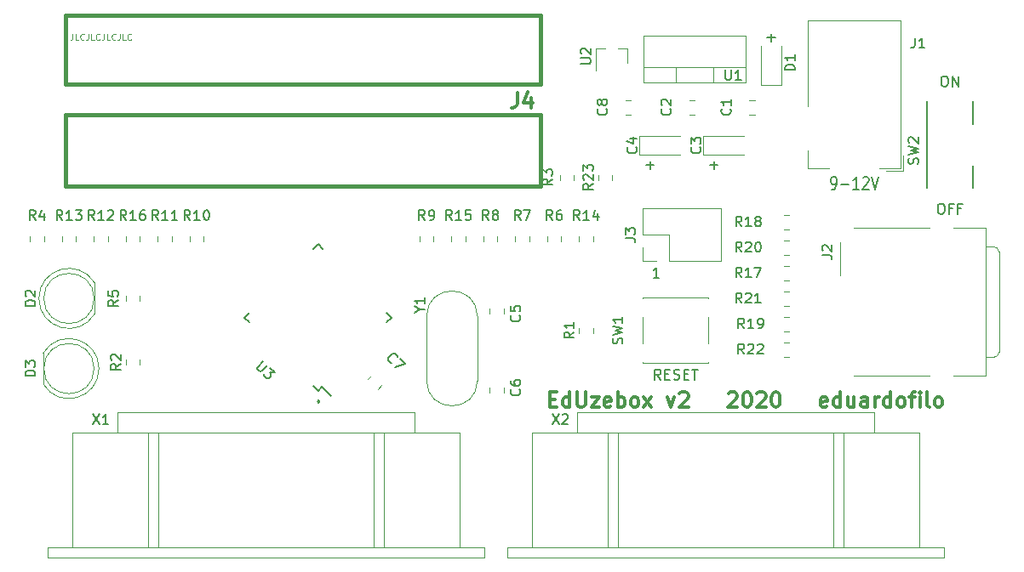
<source format=gbr>
G04 #@! TF.GenerationSoftware,KiCad,Pcbnew,5.1.5-52549c5~84~ubuntu19.10.1*
G04 #@! TF.CreationDate,2020-02-04T21:35:52+01:00*
G04 #@! TF.ProjectId,eduzebox,6564757a-6562-46f7-982e-6b696361645f,rev?*
G04 #@! TF.SameCoordinates,Original*
G04 #@! TF.FileFunction,Legend,Top*
G04 #@! TF.FilePolarity,Positive*
%FSLAX46Y46*%
G04 Gerber Fmt 4.6, Leading zero omitted, Abs format (unit mm)*
G04 Created by KiCad (PCBNEW 5.1.5-52549c5~84~ubuntu19.10.1) date 2020-02-04 21:35:52*
%MOMM*%
%LPD*%
G04 APERTURE LIST*
%ADD10C,0.149860*%
%ADD11C,0.254000*%
%ADD12C,0.076200*%
%ADD13C,0.300000*%
%ADD14C,0.120000*%
%ADD15C,0.150000*%
%ADD16C,0.381000*%
%ADD17C,0.304800*%
G04 APERTURE END LIST*
D10*
X170494476Y-74869523D02*
X170688000Y-74869523D01*
X170784761Y-74809047D01*
X170833142Y-74748571D01*
X170929904Y-74567142D01*
X170978285Y-74325238D01*
X170978285Y-73841428D01*
X170929904Y-73720476D01*
X170881523Y-73660000D01*
X170784761Y-73599523D01*
X170591238Y-73599523D01*
X170494476Y-73660000D01*
X170446095Y-73720476D01*
X170397714Y-73841428D01*
X170397714Y-74143809D01*
X170446095Y-74264761D01*
X170494476Y-74325238D01*
X170591238Y-74385714D01*
X170784761Y-74385714D01*
X170881523Y-74325238D01*
X170929904Y-74264761D01*
X170978285Y-74143809D01*
X171413714Y-74385714D02*
X172187809Y-74385714D01*
X173203809Y-74869523D02*
X172623238Y-74869523D01*
X172913523Y-74869523D02*
X172913523Y-73599523D01*
X172816761Y-73780952D01*
X172720000Y-73901904D01*
X172623238Y-73962380D01*
X173590857Y-73720476D02*
X173639238Y-73660000D01*
X173736000Y-73599523D01*
X173977904Y-73599523D01*
X174074666Y-73660000D01*
X174123047Y-73720476D01*
X174171428Y-73841428D01*
X174171428Y-73962380D01*
X174123047Y-74143809D01*
X173542476Y-74869523D01*
X174171428Y-74869523D01*
X174461714Y-73599523D02*
X174800380Y-74869523D01*
X175139047Y-73599523D01*
X153464380Y-93804619D02*
X153125714Y-93320809D01*
X152883809Y-93804619D02*
X152883809Y-92788619D01*
X153270857Y-92788619D01*
X153367619Y-92837000D01*
X153416000Y-92885380D01*
X153464380Y-92982142D01*
X153464380Y-93127285D01*
X153416000Y-93224047D01*
X153367619Y-93272428D01*
X153270857Y-93320809D01*
X152883809Y-93320809D01*
X153899809Y-93272428D02*
X154238476Y-93272428D01*
X154383619Y-93804619D02*
X153899809Y-93804619D01*
X153899809Y-92788619D01*
X154383619Y-92788619D01*
X154770666Y-93756238D02*
X154915809Y-93804619D01*
X155157714Y-93804619D01*
X155254476Y-93756238D01*
X155302857Y-93707857D01*
X155351238Y-93611095D01*
X155351238Y-93514333D01*
X155302857Y-93417571D01*
X155254476Y-93369190D01*
X155157714Y-93320809D01*
X154964190Y-93272428D01*
X154867428Y-93224047D01*
X154819047Y-93175666D01*
X154770666Y-93078904D01*
X154770666Y-92982142D01*
X154819047Y-92885380D01*
X154867428Y-92837000D01*
X154964190Y-92788619D01*
X155206095Y-92788619D01*
X155351238Y-92837000D01*
X155786666Y-93272428D02*
X156125333Y-93272428D01*
X156270476Y-93804619D02*
X155786666Y-93804619D01*
X155786666Y-92788619D01*
X156270476Y-92788619D01*
X156560761Y-92788619D02*
X157141333Y-92788619D01*
X156851047Y-93804619D02*
X156851047Y-92788619D01*
X181277380Y-76278619D02*
X181470904Y-76278619D01*
X181567666Y-76327000D01*
X181664428Y-76423761D01*
X181712809Y-76617285D01*
X181712809Y-76955952D01*
X181664428Y-77149476D01*
X181567666Y-77246238D01*
X181470904Y-77294619D01*
X181277380Y-77294619D01*
X181180619Y-77246238D01*
X181083857Y-77149476D01*
X181035476Y-76955952D01*
X181035476Y-76617285D01*
X181083857Y-76423761D01*
X181180619Y-76327000D01*
X181277380Y-76278619D01*
X182486904Y-76762428D02*
X182148238Y-76762428D01*
X182148238Y-77294619D02*
X182148238Y-76278619D01*
X182632047Y-76278619D01*
X183357761Y-76762428D02*
X183019095Y-76762428D01*
X183019095Y-77294619D02*
X183019095Y-76278619D01*
X183502904Y-76278619D01*
X181616047Y-63578619D02*
X181809571Y-63578619D01*
X181906333Y-63627000D01*
X182003095Y-63723761D01*
X182051476Y-63917285D01*
X182051476Y-64255952D01*
X182003095Y-64449476D01*
X181906333Y-64546238D01*
X181809571Y-64594619D01*
X181616047Y-64594619D01*
X181519285Y-64546238D01*
X181422523Y-64449476D01*
X181374142Y-64255952D01*
X181374142Y-63917285D01*
X181422523Y-63723761D01*
X181519285Y-63627000D01*
X181616047Y-63578619D01*
X182486904Y-64594619D02*
X182486904Y-63578619D01*
X183067476Y-64594619D01*
X183067476Y-63578619D01*
D11*
X119380000Y-95909190D02*
X119331619Y-95957571D01*
X119380000Y-96005952D01*
X119428380Y-95957571D01*
X119380000Y-95909190D01*
X119380000Y-96005952D01*
D10*
X153325285Y-83644619D02*
X152744714Y-83644619D01*
X153035000Y-83644619D02*
X153035000Y-82628619D01*
X152938238Y-82773761D01*
X152841476Y-82870523D01*
X152744714Y-82918904D01*
X164077952Y-59762571D02*
X164852047Y-59762571D01*
X164465000Y-60149619D02*
X164465000Y-59375523D01*
X158362952Y-72462571D02*
X159137047Y-72462571D01*
X158750000Y-72849619D02*
X158750000Y-72075523D01*
X152012952Y-72462571D02*
X152787047Y-72462571D01*
X152400000Y-72849619D02*
X152400000Y-72075523D01*
D12*
X94974228Y-59356171D02*
X94974228Y-59791600D01*
X94945200Y-59878685D01*
X94887142Y-59936742D01*
X94800057Y-59965771D01*
X94742000Y-59965771D01*
X95554800Y-59965771D02*
X95264514Y-59965771D01*
X95264514Y-59356171D01*
X96106342Y-59907714D02*
X96077314Y-59936742D01*
X95990228Y-59965771D01*
X95932171Y-59965771D01*
X95845085Y-59936742D01*
X95787028Y-59878685D01*
X95758000Y-59820628D01*
X95728971Y-59704514D01*
X95728971Y-59617428D01*
X95758000Y-59501314D01*
X95787028Y-59443257D01*
X95845085Y-59385200D01*
X95932171Y-59356171D01*
X95990228Y-59356171D01*
X96077314Y-59385200D01*
X96106342Y-59414228D01*
X96541771Y-59356171D02*
X96541771Y-59791600D01*
X96512742Y-59878685D01*
X96454685Y-59936742D01*
X96367600Y-59965771D01*
X96309542Y-59965771D01*
X97122342Y-59965771D02*
X96832057Y-59965771D01*
X96832057Y-59356171D01*
X97673885Y-59907714D02*
X97644857Y-59936742D01*
X97557771Y-59965771D01*
X97499714Y-59965771D01*
X97412628Y-59936742D01*
X97354571Y-59878685D01*
X97325542Y-59820628D01*
X97296514Y-59704514D01*
X97296514Y-59617428D01*
X97325542Y-59501314D01*
X97354571Y-59443257D01*
X97412628Y-59385200D01*
X97499714Y-59356171D01*
X97557771Y-59356171D01*
X97644857Y-59385200D01*
X97673885Y-59414228D01*
X98109314Y-59356171D02*
X98109314Y-59791600D01*
X98080285Y-59878685D01*
X98022228Y-59936742D01*
X97935142Y-59965771D01*
X97877085Y-59965771D01*
X98689885Y-59965771D02*
X98399600Y-59965771D01*
X98399600Y-59356171D01*
X99241428Y-59907714D02*
X99212400Y-59936742D01*
X99125314Y-59965771D01*
X99067257Y-59965771D01*
X98980171Y-59936742D01*
X98922114Y-59878685D01*
X98893085Y-59820628D01*
X98864057Y-59704514D01*
X98864057Y-59617428D01*
X98893085Y-59501314D01*
X98922114Y-59443257D01*
X98980171Y-59385200D01*
X99067257Y-59356171D01*
X99125314Y-59356171D01*
X99212400Y-59385200D01*
X99241428Y-59414228D01*
X99676857Y-59356171D02*
X99676857Y-59791600D01*
X99647828Y-59878685D01*
X99589771Y-59936742D01*
X99502685Y-59965771D01*
X99444628Y-59965771D01*
X100257428Y-59965771D02*
X99967142Y-59965771D01*
X99967142Y-59356171D01*
X100808971Y-59907714D02*
X100779942Y-59936742D01*
X100692857Y-59965771D01*
X100634800Y-59965771D01*
X100547714Y-59936742D01*
X100489657Y-59878685D01*
X100460628Y-59820628D01*
X100431600Y-59704514D01*
X100431600Y-59617428D01*
X100460628Y-59501314D01*
X100489657Y-59443257D01*
X100547714Y-59385200D01*
X100634800Y-59356171D01*
X100692857Y-59356171D01*
X100779942Y-59385200D01*
X100808971Y-59414228D01*
D13*
X142425000Y-95777857D02*
X142925000Y-95777857D01*
X143139285Y-96563571D02*
X142425000Y-96563571D01*
X142425000Y-95063571D01*
X143139285Y-95063571D01*
X144425000Y-96563571D02*
X144425000Y-95063571D01*
X144425000Y-96492142D02*
X144282142Y-96563571D01*
X143996428Y-96563571D01*
X143853571Y-96492142D01*
X143782142Y-96420714D01*
X143710714Y-96277857D01*
X143710714Y-95849285D01*
X143782142Y-95706428D01*
X143853571Y-95635000D01*
X143996428Y-95563571D01*
X144282142Y-95563571D01*
X144425000Y-95635000D01*
X145139285Y-95063571D02*
X145139285Y-96277857D01*
X145210714Y-96420714D01*
X145282142Y-96492142D01*
X145425000Y-96563571D01*
X145710714Y-96563571D01*
X145853571Y-96492142D01*
X145925000Y-96420714D01*
X145996428Y-96277857D01*
X145996428Y-95063571D01*
X146567857Y-95563571D02*
X147353571Y-95563571D01*
X146567857Y-96563571D01*
X147353571Y-96563571D01*
X148496428Y-96492142D02*
X148353571Y-96563571D01*
X148067857Y-96563571D01*
X147925000Y-96492142D01*
X147853571Y-96349285D01*
X147853571Y-95777857D01*
X147925000Y-95635000D01*
X148067857Y-95563571D01*
X148353571Y-95563571D01*
X148496428Y-95635000D01*
X148567857Y-95777857D01*
X148567857Y-95920714D01*
X147853571Y-96063571D01*
X149210714Y-96563571D02*
X149210714Y-95063571D01*
X149210714Y-95635000D02*
X149353571Y-95563571D01*
X149639285Y-95563571D01*
X149782142Y-95635000D01*
X149853571Y-95706428D01*
X149925000Y-95849285D01*
X149925000Y-96277857D01*
X149853571Y-96420714D01*
X149782142Y-96492142D01*
X149639285Y-96563571D01*
X149353571Y-96563571D01*
X149210714Y-96492142D01*
X150782142Y-96563571D02*
X150639285Y-96492142D01*
X150567857Y-96420714D01*
X150496428Y-96277857D01*
X150496428Y-95849285D01*
X150567857Y-95706428D01*
X150639285Y-95635000D01*
X150782142Y-95563571D01*
X150996428Y-95563571D01*
X151139285Y-95635000D01*
X151210714Y-95706428D01*
X151282142Y-95849285D01*
X151282142Y-96277857D01*
X151210714Y-96420714D01*
X151139285Y-96492142D01*
X150996428Y-96563571D01*
X150782142Y-96563571D01*
X151782142Y-96563571D02*
X152567857Y-95563571D01*
X151782142Y-95563571D02*
X152567857Y-96563571D01*
X154139285Y-95563571D02*
X154496428Y-96563571D01*
X154853571Y-95563571D01*
X155353571Y-95206428D02*
X155425000Y-95135000D01*
X155567857Y-95063571D01*
X155925000Y-95063571D01*
X156067857Y-95135000D01*
X156139285Y-95206428D01*
X156210714Y-95349285D01*
X156210714Y-95492142D01*
X156139285Y-95706428D01*
X155282142Y-96563571D01*
X156210714Y-96563571D01*
X160210714Y-95206428D02*
X160282142Y-95135000D01*
X160425000Y-95063571D01*
X160782142Y-95063571D01*
X160925000Y-95135000D01*
X160996428Y-95206428D01*
X161067857Y-95349285D01*
X161067857Y-95492142D01*
X160996428Y-95706428D01*
X160139285Y-96563571D01*
X161067857Y-96563571D01*
X161996428Y-95063571D02*
X162139285Y-95063571D01*
X162282142Y-95135000D01*
X162353571Y-95206428D01*
X162425000Y-95349285D01*
X162496428Y-95635000D01*
X162496428Y-95992142D01*
X162425000Y-96277857D01*
X162353571Y-96420714D01*
X162282142Y-96492142D01*
X162139285Y-96563571D01*
X161996428Y-96563571D01*
X161853571Y-96492142D01*
X161782142Y-96420714D01*
X161710714Y-96277857D01*
X161639285Y-95992142D01*
X161639285Y-95635000D01*
X161710714Y-95349285D01*
X161782142Y-95206428D01*
X161853571Y-95135000D01*
X161996428Y-95063571D01*
X163067857Y-95206428D02*
X163139285Y-95135000D01*
X163282142Y-95063571D01*
X163639285Y-95063571D01*
X163782142Y-95135000D01*
X163853571Y-95206428D01*
X163925000Y-95349285D01*
X163925000Y-95492142D01*
X163853571Y-95706428D01*
X162996428Y-96563571D01*
X163925000Y-96563571D01*
X164853571Y-95063571D02*
X164996428Y-95063571D01*
X165139285Y-95135000D01*
X165210714Y-95206428D01*
X165282142Y-95349285D01*
X165353571Y-95635000D01*
X165353571Y-95992142D01*
X165282142Y-96277857D01*
X165210714Y-96420714D01*
X165139285Y-96492142D01*
X164996428Y-96563571D01*
X164853571Y-96563571D01*
X164710714Y-96492142D01*
X164639285Y-96420714D01*
X164567857Y-96277857D01*
X164496428Y-95992142D01*
X164496428Y-95635000D01*
X164567857Y-95349285D01*
X164639285Y-95206428D01*
X164710714Y-95135000D01*
X164853571Y-95063571D01*
X169996428Y-96492142D02*
X169853571Y-96563571D01*
X169567857Y-96563571D01*
X169425000Y-96492142D01*
X169353571Y-96349285D01*
X169353571Y-95777857D01*
X169425000Y-95635000D01*
X169567857Y-95563571D01*
X169853571Y-95563571D01*
X169996428Y-95635000D01*
X170067857Y-95777857D01*
X170067857Y-95920714D01*
X169353571Y-96063571D01*
X171353571Y-96563571D02*
X171353571Y-95063571D01*
X171353571Y-96492142D02*
X171210714Y-96563571D01*
X170925000Y-96563571D01*
X170782142Y-96492142D01*
X170710714Y-96420714D01*
X170639285Y-96277857D01*
X170639285Y-95849285D01*
X170710714Y-95706428D01*
X170782142Y-95635000D01*
X170925000Y-95563571D01*
X171210714Y-95563571D01*
X171353571Y-95635000D01*
X172710714Y-95563571D02*
X172710714Y-96563571D01*
X172067857Y-95563571D02*
X172067857Y-96349285D01*
X172139285Y-96492142D01*
X172282142Y-96563571D01*
X172496428Y-96563571D01*
X172639285Y-96492142D01*
X172710714Y-96420714D01*
X174067857Y-96563571D02*
X174067857Y-95777857D01*
X173996428Y-95635000D01*
X173853571Y-95563571D01*
X173567857Y-95563571D01*
X173425000Y-95635000D01*
X174067857Y-96492142D02*
X173925000Y-96563571D01*
X173567857Y-96563571D01*
X173425000Y-96492142D01*
X173353571Y-96349285D01*
X173353571Y-96206428D01*
X173425000Y-96063571D01*
X173567857Y-95992142D01*
X173925000Y-95992142D01*
X174067857Y-95920714D01*
X174782142Y-96563571D02*
X174782142Y-95563571D01*
X174782142Y-95849285D02*
X174853571Y-95706428D01*
X174925000Y-95635000D01*
X175067857Y-95563571D01*
X175210714Y-95563571D01*
X176353571Y-96563571D02*
X176353571Y-95063571D01*
X176353571Y-96492142D02*
X176210714Y-96563571D01*
X175925000Y-96563571D01*
X175782142Y-96492142D01*
X175710714Y-96420714D01*
X175639285Y-96277857D01*
X175639285Y-95849285D01*
X175710714Y-95706428D01*
X175782142Y-95635000D01*
X175925000Y-95563571D01*
X176210714Y-95563571D01*
X176353571Y-95635000D01*
X177282142Y-96563571D02*
X177139285Y-96492142D01*
X177067857Y-96420714D01*
X176996428Y-96277857D01*
X176996428Y-95849285D01*
X177067857Y-95706428D01*
X177139285Y-95635000D01*
X177282142Y-95563571D01*
X177496428Y-95563571D01*
X177639285Y-95635000D01*
X177710714Y-95706428D01*
X177782142Y-95849285D01*
X177782142Y-96277857D01*
X177710714Y-96420714D01*
X177639285Y-96492142D01*
X177496428Y-96563571D01*
X177282142Y-96563571D01*
X178210714Y-95563571D02*
X178782142Y-95563571D01*
X178425000Y-96563571D02*
X178425000Y-95277857D01*
X178496428Y-95135000D01*
X178639285Y-95063571D01*
X178782142Y-95063571D01*
X179282142Y-96563571D02*
X179282142Y-95563571D01*
X179282142Y-95063571D02*
X179210714Y-95135000D01*
X179282142Y-95206428D01*
X179353571Y-95135000D01*
X179282142Y-95063571D01*
X179282142Y-95206428D01*
X180210714Y-96563571D02*
X180067857Y-96492142D01*
X179996428Y-96349285D01*
X179996428Y-95063571D01*
X180996428Y-96563571D02*
X180853571Y-96492142D01*
X180782142Y-96420714D01*
X180710714Y-96277857D01*
X180710714Y-95849285D01*
X180782142Y-95706428D01*
X180853571Y-95635000D01*
X180996428Y-95563571D01*
X181210714Y-95563571D01*
X181353571Y-95635000D01*
X181425000Y-95706428D01*
X181496428Y-95849285D01*
X181496428Y-96277857D01*
X181425000Y-96420714D01*
X181353571Y-96492142D01*
X181210714Y-96563571D01*
X180996428Y-96563571D01*
D14*
X186615000Y-80580000D02*
G75*
G02X187115000Y-81080000I0J-500000D01*
G01*
X187115000Y-91080000D02*
G75*
G02X186615000Y-91580000I-500000J0D01*
G01*
X186615000Y-80580000D02*
X185815000Y-80580000D01*
X187115000Y-86220000D02*
X187115000Y-81080000D01*
X186615000Y-91580000D02*
X185815000Y-91580000D01*
X187115000Y-87020000D02*
X187115000Y-91080000D01*
X187115000Y-87020000D02*
X187115000Y-86220000D01*
X180235000Y-93450000D02*
X172655000Y-93450000D01*
X185815000Y-93450000D02*
X182595000Y-93450000D01*
X185815000Y-78700000D02*
X185815000Y-93450000D01*
X182585000Y-78700000D02*
X185815000Y-78700000D01*
X172655000Y-78700000D02*
X180235000Y-78700000D01*
X171315000Y-83400000D02*
X171315000Y-80110000D01*
X136450000Y-87256252D02*
X136450000Y-86733748D01*
X137870000Y-87256252D02*
X137870000Y-86733748D01*
X92055000Y-91165000D02*
X92055000Y-94255000D01*
X97115000Y-92710000D02*
G75*
G03X97115000Y-92710000I-2500000J0D01*
G01*
X97605000Y-92709538D02*
G75*
G02X92055000Y-94254830I-2990000J-462D01*
G01*
X97605000Y-92710462D02*
G75*
G03X92055000Y-91165170I-2990000J462D01*
G01*
X181685000Y-110560000D02*
X179185000Y-110560000D01*
X181685000Y-111560000D02*
X181685000Y-110560000D01*
X138185000Y-111560000D02*
X181685000Y-111560000D01*
X138185000Y-110560000D02*
X138185000Y-111560000D01*
X140685000Y-110560000D02*
X138185000Y-110560000D01*
X149185000Y-110560000D02*
X149185000Y-99060000D01*
X148185000Y-99060000D02*
X148185000Y-110560000D01*
X171685000Y-99060000D02*
X171685000Y-110560000D01*
X170685000Y-99060000D02*
X170685000Y-110560000D01*
X179185000Y-110560000D02*
X179185000Y-99060000D01*
X140685000Y-110560000D02*
X179185000Y-110560000D01*
X140685000Y-99060000D02*
X140685000Y-110560000D01*
X179185000Y-99060000D02*
X140685000Y-99060000D01*
X174685000Y-97060000D02*
X174685000Y-99060000D01*
X145185000Y-97060000D02*
X174685000Y-97060000D01*
X145185000Y-99060000D02*
X145185000Y-97060000D01*
X135965000Y-110560000D02*
X133465000Y-110560000D01*
X135965000Y-111560000D02*
X135965000Y-110560000D01*
X92465000Y-111560000D02*
X135965000Y-111560000D01*
X92465000Y-110560000D02*
X92465000Y-111560000D01*
X94965000Y-110560000D02*
X92465000Y-110560000D01*
X103465000Y-110560000D02*
X103465000Y-99060000D01*
X102465000Y-99060000D02*
X102465000Y-110560000D01*
X125965000Y-99060000D02*
X125965000Y-110560000D01*
X124965000Y-99060000D02*
X124965000Y-110560000D01*
X133465000Y-110560000D02*
X133465000Y-99060000D01*
X94965000Y-110560000D02*
X133465000Y-110560000D01*
X94965000Y-99060000D02*
X94965000Y-110560000D01*
X133465000Y-99060000D02*
X94965000Y-99060000D01*
X128965000Y-97060000D02*
X128965000Y-99060000D01*
X99465000Y-97060000D02*
X128965000Y-97060000D01*
X99465000Y-99060000D02*
X99465000Y-97060000D01*
X151352500Y-71420000D02*
X155437500Y-71420000D01*
X151352500Y-69550000D02*
X151352500Y-71420000D01*
X155437500Y-69550000D02*
X151352500Y-69550000D01*
X157702500Y-71420000D02*
X161787500Y-71420000D01*
X157702500Y-69550000D02*
X157702500Y-71420000D01*
X161787500Y-69550000D02*
X157702500Y-69550000D01*
X149988748Y-67385000D02*
X150511252Y-67385000D01*
X149988748Y-65965000D02*
X150511252Y-65965000D01*
D15*
X184545000Y-68390000D02*
X184545000Y-66090000D01*
X184545000Y-74690000D02*
X184545000Y-72490000D01*
X179945000Y-74690000D02*
X179945000Y-66090000D01*
D14*
X162298748Y-67385000D02*
X162821252Y-67385000D01*
X162298748Y-65965000D02*
X162821252Y-65965000D01*
X156338748Y-65965000D02*
X156861252Y-65965000D01*
X156338748Y-67385000D02*
X156861252Y-67385000D01*
X136450000Y-94598748D02*
X136450000Y-95121252D01*
X137870000Y-94598748D02*
X137870000Y-95121252D01*
X125691995Y-94387097D02*
X125322529Y-94756563D01*
X124687903Y-93383005D02*
X124318437Y-93752471D01*
X163465000Y-64430000D02*
X165465000Y-64430000D01*
X165465000Y-64430000D02*
X165465000Y-60580000D01*
X163465000Y-64430000D02*
X163465000Y-60580000D01*
X91625000Y-85724538D02*
G75*
G03X97175000Y-87269830I2990000J-462D01*
G01*
X91625000Y-85725462D02*
G75*
G02X97175000Y-84180170I2990000J462D01*
G01*
X97115000Y-85725000D02*
G75*
G03X97115000Y-85725000I-2500000J0D01*
G01*
X97175000Y-87270000D02*
X97175000Y-84180000D01*
X168120000Y-66555000D02*
X168120000Y-58055000D01*
X168120000Y-58055000D02*
X177320000Y-58055000D01*
X177320000Y-58055000D02*
X177320000Y-72755000D01*
X170220000Y-72755000D02*
X168120000Y-72755000D01*
X168120000Y-72755000D02*
X168120000Y-70955000D01*
X175920000Y-73055000D02*
X177620000Y-73055000D01*
X177620000Y-73055000D02*
X177620000Y-71455000D01*
X177320000Y-72755000D02*
X175220000Y-72755000D01*
X151705000Y-81975000D02*
X151705000Y-80645000D01*
X153035000Y-81975000D02*
X151705000Y-81975000D01*
X151705000Y-79375000D02*
X151705000Y-76775000D01*
X154305000Y-79375000D02*
X151705000Y-79375000D01*
X154305000Y-81975000D02*
X154305000Y-79375000D01*
X151705000Y-76775000D02*
X159445000Y-76775000D01*
X154305000Y-81975000D02*
X159445000Y-81975000D01*
X159445000Y-81975000D02*
X159445000Y-76775000D01*
D16*
X94234000Y-57531000D02*
X94234000Y-64389000D01*
X141478000Y-57531000D02*
X141478000Y-64389000D01*
X94234000Y-64389000D02*
X141478000Y-64389000D01*
X141478000Y-67437000D02*
X94259400Y-67437000D01*
X94234000Y-74549000D02*
X94234000Y-67437000D01*
X141478000Y-74549000D02*
X94234000Y-74549000D01*
X141478000Y-67437000D02*
X141478000Y-74549000D01*
X141478000Y-57531000D02*
X94234000Y-57531000D01*
D14*
X146760000Y-89161252D02*
X146760000Y-88638748D01*
X145340000Y-89161252D02*
X145340000Y-88638748D01*
X100255000Y-92336252D02*
X100255000Y-91813748D01*
X101675000Y-92336252D02*
X101675000Y-91813748D01*
X143435000Y-73398748D02*
X143435000Y-73921252D01*
X144855000Y-73398748D02*
X144855000Y-73921252D01*
X90730000Y-79503748D02*
X90730000Y-80026252D01*
X92150000Y-79503748D02*
X92150000Y-80026252D01*
X100255000Y-85463748D02*
X100255000Y-85986252D01*
X101675000Y-85463748D02*
X101675000Y-85986252D01*
X143585000Y-79503748D02*
X143585000Y-80026252D01*
X142165000Y-79503748D02*
X142165000Y-80026252D01*
X138990000Y-79503748D02*
X138990000Y-80026252D01*
X140410000Y-79503748D02*
X140410000Y-80026252D01*
X137235000Y-79503748D02*
X137235000Y-80026252D01*
X135815000Y-79503748D02*
X135815000Y-80026252D01*
X130885000Y-79503748D02*
X130885000Y-80026252D01*
X129465000Y-79503748D02*
X129465000Y-80026252D01*
X106605000Y-79503748D02*
X106605000Y-80026252D01*
X108025000Y-79503748D02*
X108025000Y-80026252D01*
X104850000Y-79503748D02*
X104850000Y-80026252D01*
X103430000Y-79503748D02*
X103430000Y-80026252D01*
X98500000Y-79503748D02*
X98500000Y-80026252D01*
X97080000Y-79503748D02*
X97080000Y-80026252D01*
X93905000Y-79503748D02*
X93905000Y-80026252D01*
X95325000Y-79503748D02*
X95325000Y-80026252D01*
X145340000Y-80026252D02*
X145340000Y-79503748D01*
X146760000Y-80026252D02*
X146760000Y-79503748D01*
X134060000Y-80026252D02*
X134060000Y-79503748D01*
X132640000Y-80026252D02*
X132640000Y-79503748D01*
X100255000Y-80026252D02*
X100255000Y-79503748D01*
X101675000Y-80026252D02*
X101675000Y-79503748D01*
X166241252Y-82475000D02*
X165718748Y-82475000D01*
X166241252Y-83895000D02*
X165718748Y-83895000D01*
X166241252Y-78815000D02*
X165718748Y-78815000D01*
X166241252Y-77395000D02*
X165718748Y-77395000D01*
X166241252Y-88975000D02*
X165718748Y-88975000D01*
X166241252Y-87555000D02*
X165718748Y-87555000D01*
X166241252Y-79935000D02*
X165718748Y-79935000D01*
X166241252Y-81355000D02*
X165718748Y-81355000D01*
X166241252Y-86435000D02*
X165718748Y-86435000D01*
X166241252Y-85015000D02*
X165718748Y-85015000D01*
X166241252Y-90095000D02*
X165718748Y-90095000D01*
X166241252Y-91515000D02*
X165718748Y-91515000D01*
X148665000Y-73921252D02*
X148665000Y-73398748D01*
X147245000Y-73921252D02*
X147245000Y-73398748D01*
X151710000Y-92130000D02*
X158170000Y-92130000D01*
X151710000Y-87600000D02*
X151710000Y-90200000D01*
X151710000Y-85670000D02*
X158170000Y-85670000D01*
X158170000Y-87600000D02*
X158170000Y-90200000D01*
X151710000Y-85700000D02*
X151710000Y-85670000D01*
X151710000Y-92130000D02*
X151710000Y-92100000D01*
X158170000Y-92130000D02*
X158170000Y-92100000D01*
X158170000Y-85670000D02*
X158170000Y-85700000D01*
X161965000Y-64230000D02*
X151725000Y-64230000D01*
X161965000Y-59589000D02*
X151725000Y-59589000D01*
X161965000Y-64230000D02*
X161965000Y-59589000D01*
X151725000Y-64230000D02*
X151725000Y-59589000D01*
X161965000Y-62720000D02*
X151725000Y-62720000D01*
X158695000Y-64230000D02*
X158695000Y-62720000D01*
X154994000Y-64230000D02*
X154994000Y-62720000D01*
X150170000Y-60835000D02*
X149240000Y-60835000D01*
X147010000Y-60835000D02*
X147940000Y-60835000D01*
X147010000Y-60835000D02*
X147010000Y-62995000D01*
X150170000Y-60835000D02*
X150170000Y-62295000D01*
D15*
X119380000Y-94948555D02*
X119786586Y-94541969D01*
X112061445Y-87630000D02*
X112538742Y-87152703D01*
X119380000Y-80311445D02*
X118902703Y-80788742D01*
X126698555Y-87630000D02*
X126221258Y-88107297D01*
X119380000Y-94948555D02*
X118902703Y-94471258D01*
X126698555Y-87630000D02*
X126221258Y-87152703D01*
X119380000Y-80311445D02*
X119857297Y-80788742D01*
X112061445Y-87630000D02*
X112538742Y-88107297D01*
X119786586Y-94541969D02*
X120688148Y-95443530D01*
D14*
X130190000Y-93905000D02*
G75*
G03X135240000Y-93905000I2525000J0D01*
G01*
X130190000Y-87505000D02*
G75*
G02X135240000Y-87505000I2525000J0D01*
G01*
X130190000Y-87505000D02*
X130190000Y-93905000D01*
X135240000Y-87505000D02*
X135240000Y-93905000D01*
D15*
X169517380Y-81403333D02*
X170231666Y-81403333D01*
X170374523Y-81450952D01*
X170469761Y-81546190D01*
X170517380Y-81689047D01*
X170517380Y-81784285D01*
X169612619Y-80974761D02*
X169565000Y-80927142D01*
X169517380Y-80831904D01*
X169517380Y-80593809D01*
X169565000Y-80498571D01*
X169612619Y-80450952D01*
X169707857Y-80403333D01*
X169803095Y-80403333D01*
X169945952Y-80450952D01*
X170517380Y-81022380D01*
X170517380Y-80403333D01*
X139422142Y-87406666D02*
X139469761Y-87454285D01*
X139517380Y-87597142D01*
X139517380Y-87692380D01*
X139469761Y-87835238D01*
X139374523Y-87930476D01*
X139279285Y-87978095D01*
X139088809Y-88025714D01*
X138945952Y-88025714D01*
X138755476Y-87978095D01*
X138660238Y-87930476D01*
X138565000Y-87835238D01*
X138517380Y-87692380D01*
X138517380Y-87597142D01*
X138565000Y-87454285D01*
X138612619Y-87406666D01*
X138517380Y-86501904D02*
X138517380Y-86978095D01*
X138993571Y-87025714D01*
X138945952Y-86978095D01*
X138898333Y-86882857D01*
X138898333Y-86644761D01*
X138945952Y-86549523D01*
X138993571Y-86501904D01*
X139088809Y-86454285D01*
X139326904Y-86454285D01*
X139422142Y-86501904D01*
X139469761Y-86549523D01*
X139517380Y-86644761D01*
X139517380Y-86882857D01*
X139469761Y-86978095D01*
X139422142Y-87025714D01*
X91257380Y-93448095D02*
X90257380Y-93448095D01*
X90257380Y-93210000D01*
X90305000Y-93067142D01*
X90400238Y-92971904D01*
X90495476Y-92924285D01*
X90685952Y-92876666D01*
X90828809Y-92876666D01*
X91019285Y-92924285D01*
X91114523Y-92971904D01*
X91209761Y-93067142D01*
X91257380Y-93210000D01*
X91257380Y-93448095D01*
X90257380Y-92543333D02*
X90257380Y-91924285D01*
X90638333Y-92257619D01*
X90638333Y-92114761D01*
X90685952Y-92019523D01*
X90733571Y-91971904D01*
X90828809Y-91924285D01*
X91066904Y-91924285D01*
X91162142Y-91971904D01*
X91209761Y-92019523D01*
X91257380Y-92114761D01*
X91257380Y-92400476D01*
X91209761Y-92495714D01*
X91162142Y-92543333D01*
X142700476Y-97242380D02*
X143367142Y-98242380D01*
X143367142Y-97242380D02*
X142700476Y-98242380D01*
X143700476Y-97337619D02*
X143748095Y-97290000D01*
X143843333Y-97242380D01*
X144081428Y-97242380D01*
X144176666Y-97290000D01*
X144224285Y-97337619D01*
X144271904Y-97432857D01*
X144271904Y-97528095D01*
X144224285Y-97670952D01*
X143652857Y-98242380D01*
X144271904Y-98242380D01*
X96980476Y-97242380D02*
X97647142Y-98242380D01*
X97647142Y-97242380D02*
X96980476Y-98242380D01*
X98551904Y-98242380D02*
X97980476Y-98242380D01*
X98266190Y-98242380D02*
X98266190Y-97242380D01*
X98170952Y-97385238D01*
X98075714Y-97480476D01*
X97980476Y-97528095D01*
X151019642Y-70651666D02*
X151067261Y-70699285D01*
X151114880Y-70842142D01*
X151114880Y-70937380D01*
X151067261Y-71080238D01*
X150972023Y-71175476D01*
X150876785Y-71223095D01*
X150686309Y-71270714D01*
X150543452Y-71270714D01*
X150352976Y-71223095D01*
X150257738Y-71175476D01*
X150162500Y-71080238D01*
X150114880Y-70937380D01*
X150114880Y-70842142D01*
X150162500Y-70699285D01*
X150210119Y-70651666D01*
X150448214Y-69794523D02*
X151114880Y-69794523D01*
X150067261Y-70032619D02*
X150781547Y-70270714D01*
X150781547Y-69651666D01*
X157369642Y-70651666D02*
X157417261Y-70699285D01*
X157464880Y-70842142D01*
X157464880Y-70937380D01*
X157417261Y-71080238D01*
X157322023Y-71175476D01*
X157226785Y-71223095D01*
X157036309Y-71270714D01*
X156893452Y-71270714D01*
X156702976Y-71223095D01*
X156607738Y-71175476D01*
X156512500Y-71080238D01*
X156464880Y-70937380D01*
X156464880Y-70842142D01*
X156512500Y-70699285D01*
X156560119Y-70651666D01*
X156464880Y-70318333D02*
X156464880Y-69699285D01*
X156845833Y-70032619D01*
X156845833Y-69889761D01*
X156893452Y-69794523D01*
X156941071Y-69746904D01*
X157036309Y-69699285D01*
X157274404Y-69699285D01*
X157369642Y-69746904D01*
X157417261Y-69794523D01*
X157464880Y-69889761D01*
X157464880Y-70175476D01*
X157417261Y-70270714D01*
X157369642Y-70318333D01*
X148067142Y-66841666D02*
X148114761Y-66889285D01*
X148162380Y-67032142D01*
X148162380Y-67127380D01*
X148114761Y-67270238D01*
X148019523Y-67365476D01*
X147924285Y-67413095D01*
X147733809Y-67460714D01*
X147590952Y-67460714D01*
X147400476Y-67413095D01*
X147305238Y-67365476D01*
X147210000Y-67270238D01*
X147162380Y-67127380D01*
X147162380Y-67032142D01*
X147210000Y-66889285D01*
X147257619Y-66841666D01*
X147590952Y-66270238D02*
X147543333Y-66365476D01*
X147495714Y-66413095D01*
X147400476Y-66460714D01*
X147352857Y-66460714D01*
X147257619Y-66413095D01*
X147210000Y-66365476D01*
X147162380Y-66270238D01*
X147162380Y-66079761D01*
X147210000Y-65984523D01*
X147257619Y-65936904D01*
X147352857Y-65889285D01*
X147400476Y-65889285D01*
X147495714Y-65936904D01*
X147543333Y-65984523D01*
X147590952Y-66079761D01*
X147590952Y-66270238D01*
X147638571Y-66365476D01*
X147686190Y-66413095D01*
X147781428Y-66460714D01*
X147971904Y-66460714D01*
X148067142Y-66413095D01*
X148114761Y-66365476D01*
X148162380Y-66270238D01*
X148162380Y-66079761D01*
X148114761Y-65984523D01*
X148067142Y-65936904D01*
X147971904Y-65889285D01*
X147781428Y-65889285D01*
X147686190Y-65936904D01*
X147638571Y-65984523D01*
X147590952Y-66079761D01*
X179049761Y-72323333D02*
X179097380Y-72180476D01*
X179097380Y-71942380D01*
X179049761Y-71847142D01*
X179002142Y-71799523D01*
X178906904Y-71751904D01*
X178811666Y-71751904D01*
X178716428Y-71799523D01*
X178668809Y-71847142D01*
X178621190Y-71942380D01*
X178573571Y-72132857D01*
X178525952Y-72228095D01*
X178478333Y-72275714D01*
X178383095Y-72323333D01*
X178287857Y-72323333D01*
X178192619Y-72275714D01*
X178145000Y-72228095D01*
X178097380Y-72132857D01*
X178097380Y-71894761D01*
X178145000Y-71751904D01*
X178097380Y-71418571D02*
X179097380Y-71180476D01*
X178383095Y-70990000D01*
X179097380Y-70799523D01*
X178097380Y-70561428D01*
X178192619Y-70228095D02*
X178145000Y-70180476D01*
X178097380Y-70085238D01*
X178097380Y-69847142D01*
X178145000Y-69751904D01*
X178192619Y-69704285D01*
X178287857Y-69656666D01*
X178383095Y-69656666D01*
X178525952Y-69704285D01*
X179097380Y-70275714D01*
X179097380Y-69656666D01*
X160377142Y-66841666D02*
X160424761Y-66889285D01*
X160472380Y-67032142D01*
X160472380Y-67127380D01*
X160424761Y-67270238D01*
X160329523Y-67365476D01*
X160234285Y-67413095D01*
X160043809Y-67460714D01*
X159900952Y-67460714D01*
X159710476Y-67413095D01*
X159615238Y-67365476D01*
X159520000Y-67270238D01*
X159472380Y-67127380D01*
X159472380Y-67032142D01*
X159520000Y-66889285D01*
X159567619Y-66841666D01*
X160472380Y-65889285D02*
X160472380Y-66460714D01*
X160472380Y-66175000D02*
X159472380Y-66175000D01*
X159615238Y-66270238D01*
X159710476Y-66365476D01*
X159758095Y-66460714D01*
X154417142Y-66841666D02*
X154464761Y-66889285D01*
X154512380Y-67032142D01*
X154512380Y-67127380D01*
X154464761Y-67270238D01*
X154369523Y-67365476D01*
X154274285Y-67413095D01*
X154083809Y-67460714D01*
X153940952Y-67460714D01*
X153750476Y-67413095D01*
X153655238Y-67365476D01*
X153560000Y-67270238D01*
X153512380Y-67127380D01*
X153512380Y-67032142D01*
X153560000Y-66889285D01*
X153607619Y-66841666D01*
X153607619Y-66460714D02*
X153560000Y-66413095D01*
X153512380Y-66317857D01*
X153512380Y-66079761D01*
X153560000Y-65984523D01*
X153607619Y-65936904D01*
X153702857Y-65889285D01*
X153798095Y-65889285D01*
X153940952Y-65936904D01*
X154512380Y-66508333D01*
X154512380Y-65889285D01*
X139422142Y-94781666D02*
X139469761Y-94829285D01*
X139517380Y-94972142D01*
X139517380Y-95067380D01*
X139469761Y-95210238D01*
X139374523Y-95305476D01*
X139279285Y-95353095D01*
X139088809Y-95400714D01*
X138945952Y-95400714D01*
X138755476Y-95353095D01*
X138660238Y-95305476D01*
X138565000Y-95210238D01*
X138517380Y-95067380D01*
X138517380Y-94972142D01*
X138565000Y-94829285D01*
X138612619Y-94781666D01*
X138517380Y-93924523D02*
X138517380Y-94115000D01*
X138565000Y-94210238D01*
X138612619Y-94257857D01*
X138755476Y-94353095D01*
X138945952Y-94400714D01*
X139326904Y-94400714D01*
X139422142Y-94353095D01*
X139469761Y-94305476D01*
X139517380Y-94210238D01*
X139517380Y-94019761D01*
X139469761Y-93924523D01*
X139422142Y-93876904D01*
X139326904Y-93829285D01*
X139088809Y-93829285D01*
X138993571Y-93876904D01*
X138945952Y-93924523D01*
X138898333Y-94019761D01*
X138898333Y-94210238D01*
X138945952Y-94305476D01*
X138993571Y-94353095D01*
X139088809Y-94400714D01*
X126706649Y-92132648D02*
X126639306Y-92132648D01*
X126504619Y-92065304D01*
X126437275Y-91997961D01*
X126369932Y-91863273D01*
X126369932Y-91728586D01*
X126403603Y-91627571D01*
X126504619Y-91459212D01*
X126605634Y-91358197D01*
X126773993Y-91257182D01*
X126875008Y-91223510D01*
X127009695Y-91223510D01*
X127144382Y-91290854D01*
X127211726Y-91358197D01*
X127279069Y-91492884D01*
X127279069Y-91560228D01*
X127582115Y-91728586D02*
X128053519Y-92199991D01*
X127043367Y-92604052D01*
X166822380Y-62968095D02*
X165822380Y-62968095D01*
X165822380Y-62730000D01*
X165870000Y-62587142D01*
X165965238Y-62491904D01*
X166060476Y-62444285D01*
X166250952Y-62396666D01*
X166393809Y-62396666D01*
X166584285Y-62444285D01*
X166679523Y-62491904D01*
X166774761Y-62587142D01*
X166822380Y-62730000D01*
X166822380Y-62968095D01*
X166822380Y-61444285D02*
X166822380Y-62015714D01*
X166822380Y-61730000D02*
X165822380Y-61730000D01*
X165965238Y-61825238D01*
X166060476Y-61920476D01*
X166108095Y-62015714D01*
X91257380Y-86463095D02*
X90257380Y-86463095D01*
X90257380Y-86225000D01*
X90305000Y-86082142D01*
X90400238Y-85986904D01*
X90495476Y-85939285D01*
X90685952Y-85891666D01*
X90828809Y-85891666D01*
X91019285Y-85939285D01*
X91114523Y-85986904D01*
X91209761Y-86082142D01*
X91257380Y-86225000D01*
X91257380Y-86463095D01*
X90352619Y-85510714D02*
X90305000Y-85463095D01*
X90257380Y-85367857D01*
X90257380Y-85129761D01*
X90305000Y-85034523D01*
X90352619Y-84986904D01*
X90447857Y-84939285D01*
X90543095Y-84939285D01*
X90685952Y-84986904D01*
X91257380Y-85558333D01*
X91257380Y-84939285D01*
X178736666Y-59777380D02*
X178736666Y-60491666D01*
X178689047Y-60634523D01*
X178593809Y-60729761D01*
X178450952Y-60777380D01*
X178355714Y-60777380D01*
X179736666Y-60777380D02*
X179165238Y-60777380D01*
X179450952Y-60777380D02*
X179450952Y-59777380D01*
X179355714Y-59920238D01*
X179260476Y-60015476D01*
X179165238Y-60063095D01*
X149947380Y-79708333D02*
X150661666Y-79708333D01*
X150804523Y-79755952D01*
X150899761Y-79851190D01*
X150947380Y-79994047D01*
X150947380Y-80089285D01*
X149947380Y-79327380D02*
X149947380Y-78708333D01*
X150328333Y-79041666D01*
X150328333Y-78898809D01*
X150375952Y-78803571D01*
X150423571Y-78755952D01*
X150518809Y-78708333D01*
X150756904Y-78708333D01*
X150852142Y-78755952D01*
X150899761Y-78803571D01*
X150947380Y-78898809D01*
X150947380Y-79184523D01*
X150899761Y-79279761D01*
X150852142Y-79327380D01*
D17*
X139192000Y-65205428D02*
X139192000Y-66294000D01*
X139119428Y-66511714D01*
X138974285Y-66656857D01*
X138756571Y-66729428D01*
X138611428Y-66729428D01*
X140570857Y-65713428D02*
X140570857Y-66729428D01*
X140208000Y-65132857D02*
X139845142Y-66221428D01*
X140788571Y-66221428D01*
D15*
X144852380Y-89066666D02*
X144376190Y-89400000D01*
X144852380Y-89638095D02*
X143852380Y-89638095D01*
X143852380Y-89257142D01*
X143900000Y-89161904D01*
X143947619Y-89114285D01*
X144042857Y-89066666D01*
X144185714Y-89066666D01*
X144280952Y-89114285D01*
X144328571Y-89161904D01*
X144376190Y-89257142D01*
X144376190Y-89638095D01*
X144852380Y-88114285D02*
X144852380Y-88685714D01*
X144852380Y-88400000D02*
X143852380Y-88400000D01*
X143995238Y-88495238D01*
X144090476Y-88590476D01*
X144138095Y-88685714D01*
X99767380Y-92241666D02*
X99291190Y-92575000D01*
X99767380Y-92813095D02*
X98767380Y-92813095D01*
X98767380Y-92432142D01*
X98815000Y-92336904D01*
X98862619Y-92289285D01*
X98957857Y-92241666D01*
X99100714Y-92241666D01*
X99195952Y-92289285D01*
X99243571Y-92336904D01*
X99291190Y-92432142D01*
X99291190Y-92813095D01*
X98862619Y-91860714D02*
X98815000Y-91813095D01*
X98767380Y-91717857D01*
X98767380Y-91479761D01*
X98815000Y-91384523D01*
X98862619Y-91336904D01*
X98957857Y-91289285D01*
X99053095Y-91289285D01*
X99195952Y-91336904D01*
X99767380Y-91908333D01*
X99767380Y-91289285D01*
X142692380Y-73826666D02*
X142216190Y-74160000D01*
X142692380Y-74398095D02*
X141692380Y-74398095D01*
X141692380Y-74017142D01*
X141740000Y-73921904D01*
X141787619Y-73874285D01*
X141882857Y-73826666D01*
X142025714Y-73826666D01*
X142120952Y-73874285D01*
X142168571Y-73921904D01*
X142216190Y-74017142D01*
X142216190Y-74398095D01*
X141692380Y-73493333D02*
X141692380Y-72874285D01*
X142073333Y-73207619D01*
X142073333Y-73064761D01*
X142120952Y-72969523D01*
X142168571Y-72921904D01*
X142263809Y-72874285D01*
X142501904Y-72874285D01*
X142597142Y-72921904D01*
X142644761Y-72969523D01*
X142692380Y-73064761D01*
X142692380Y-73350476D01*
X142644761Y-73445714D01*
X142597142Y-73493333D01*
X91273333Y-77922380D02*
X90940000Y-77446190D01*
X90701904Y-77922380D02*
X90701904Y-76922380D01*
X91082857Y-76922380D01*
X91178095Y-76970000D01*
X91225714Y-77017619D01*
X91273333Y-77112857D01*
X91273333Y-77255714D01*
X91225714Y-77350952D01*
X91178095Y-77398571D01*
X91082857Y-77446190D01*
X90701904Y-77446190D01*
X92130476Y-77255714D02*
X92130476Y-77922380D01*
X91892380Y-76874761D02*
X91654285Y-77589047D01*
X92273333Y-77589047D01*
X99512380Y-85891666D02*
X99036190Y-86225000D01*
X99512380Y-86463095D02*
X98512380Y-86463095D01*
X98512380Y-86082142D01*
X98560000Y-85986904D01*
X98607619Y-85939285D01*
X98702857Y-85891666D01*
X98845714Y-85891666D01*
X98940952Y-85939285D01*
X98988571Y-85986904D01*
X99036190Y-86082142D01*
X99036190Y-86463095D01*
X98512380Y-84986904D02*
X98512380Y-85463095D01*
X98988571Y-85510714D01*
X98940952Y-85463095D01*
X98893333Y-85367857D01*
X98893333Y-85129761D01*
X98940952Y-85034523D01*
X98988571Y-84986904D01*
X99083809Y-84939285D01*
X99321904Y-84939285D01*
X99417142Y-84986904D01*
X99464761Y-85034523D01*
X99512380Y-85129761D01*
X99512380Y-85367857D01*
X99464761Y-85463095D01*
X99417142Y-85510714D01*
X142708333Y-77922380D02*
X142375000Y-77446190D01*
X142136904Y-77922380D02*
X142136904Y-76922380D01*
X142517857Y-76922380D01*
X142613095Y-76970000D01*
X142660714Y-77017619D01*
X142708333Y-77112857D01*
X142708333Y-77255714D01*
X142660714Y-77350952D01*
X142613095Y-77398571D01*
X142517857Y-77446190D01*
X142136904Y-77446190D01*
X143565476Y-76922380D02*
X143375000Y-76922380D01*
X143279761Y-76970000D01*
X143232142Y-77017619D01*
X143136904Y-77160476D01*
X143089285Y-77350952D01*
X143089285Y-77731904D01*
X143136904Y-77827142D01*
X143184523Y-77874761D01*
X143279761Y-77922380D01*
X143470238Y-77922380D01*
X143565476Y-77874761D01*
X143613095Y-77827142D01*
X143660714Y-77731904D01*
X143660714Y-77493809D01*
X143613095Y-77398571D01*
X143565476Y-77350952D01*
X143470238Y-77303333D01*
X143279761Y-77303333D01*
X143184523Y-77350952D01*
X143136904Y-77398571D01*
X143089285Y-77493809D01*
X139533333Y-77922380D02*
X139200000Y-77446190D01*
X138961904Y-77922380D02*
X138961904Y-76922380D01*
X139342857Y-76922380D01*
X139438095Y-76970000D01*
X139485714Y-77017619D01*
X139533333Y-77112857D01*
X139533333Y-77255714D01*
X139485714Y-77350952D01*
X139438095Y-77398571D01*
X139342857Y-77446190D01*
X138961904Y-77446190D01*
X139866666Y-76922380D02*
X140533333Y-76922380D01*
X140104761Y-77922380D01*
X136358333Y-77922380D02*
X136025000Y-77446190D01*
X135786904Y-77922380D02*
X135786904Y-76922380D01*
X136167857Y-76922380D01*
X136263095Y-76970000D01*
X136310714Y-77017619D01*
X136358333Y-77112857D01*
X136358333Y-77255714D01*
X136310714Y-77350952D01*
X136263095Y-77398571D01*
X136167857Y-77446190D01*
X135786904Y-77446190D01*
X136929761Y-77350952D02*
X136834523Y-77303333D01*
X136786904Y-77255714D01*
X136739285Y-77160476D01*
X136739285Y-77112857D01*
X136786904Y-77017619D01*
X136834523Y-76970000D01*
X136929761Y-76922380D01*
X137120238Y-76922380D01*
X137215476Y-76970000D01*
X137263095Y-77017619D01*
X137310714Y-77112857D01*
X137310714Y-77160476D01*
X137263095Y-77255714D01*
X137215476Y-77303333D01*
X137120238Y-77350952D01*
X136929761Y-77350952D01*
X136834523Y-77398571D01*
X136786904Y-77446190D01*
X136739285Y-77541428D01*
X136739285Y-77731904D01*
X136786904Y-77827142D01*
X136834523Y-77874761D01*
X136929761Y-77922380D01*
X137120238Y-77922380D01*
X137215476Y-77874761D01*
X137263095Y-77827142D01*
X137310714Y-77731904D01*
X137310714Y-77541428D01*
X137263095Y-77446190D01*
X137215476Y-77398571D01*
X137120238Y-77350952D01*
X130008333Y-77922380D02*
X129675000Y-77446190D01*
X129436904Y-77922380D02*
X129436904Y-76922380D01*
X129817857Y-76922380D01*
X129913095Y-76970000D01*
X129960714Y-77017619D01*
X130008333Y-77112857D01*
X130008333Y-77255714D01*
X129960714Y-77350952D01*
X129913095Y-77398571D01*
X129817857Y-77446190D01*
X129436904Y-77446190D01*
X130484523Y-77922380D02*
X130675000Y-77922380D01*
X130770238Y-77874761D01*
X130817857Y-77827142D01*
X130913095Y-77684285D01*
X130960714Y-77493809D01*
X130960714Y-77112857D01*
X130913095Y-77017619D01*
X130865476Y-76970000D01*
X130770238Y-76922380D01*
X130579761Y-76922380D01*
X130484523Y-76970000D01*
X130436904Y-77017619D01*
X130389285Y-77112857D01*
X130389285Y-77350952D01*
X130436904Y-77446190D01*
X130484523Y-77493809D01*
X130579761Y-77541428D01*
X130770238Y-77541428D01*
X130865476Y-77493809D01*
X130913095Y-77446190D01*
X130960714Y-77350952D01*
X106672142Y-77922380D02*
X106338809Y-77446190D01*
X106100714Y-77922380D02*
X106100714Y-76922380D01*
X106481666Y-76922380D01*
X106576904Y-76970000D01*
X106624523Y-77017619D01*
X106672142Y-77112857D01*
X106672142Y-77255714D01*
X106624523Y-77350952D01*
X106576904Y-77398571D01*
X106481666Y-77446190D01*
X106100714Y-77446190D01*
X107624523Y-77922380D02*
X107053095Y-77922380D01*
X107338809Y-77922380D02*
X107338809Y-76922380D01*
X107243571Y-77065238D01*
X107148333Y-77160476D01*
X107053095Y-77208095D01*
X108243571Y-76922380D02*
X108338809Y-76922380D01*
X108434047Y-76970000D01*
X108481666Y-77017619D01*
X108529285Y-77112857D01*
X108576904Y-77303333D01*
X108576904Y-77541428D01*
X108529285Y-77731904D01*
X108481666Y-77827142D01*
X108434047Y-77874761D01*
X108338809Y-77922380D01*
X108243571Y-77922380D01*
X108148333Y-77874761D01*
X108100714Y-77827142D01*
X108053095Y-77731904D01*
X108005476Y-77541428D01*
X108005476Y-77303333D01*
X108053095Y-77112857D01*
X108100714Y-77017619D01*
X108148333Y-76970000D01*
X108243571Y-76922380D01*
X103497142Y-77922380D02*
X103163809Y-77446190D01*
X102925714Y-77922380D02*
X102925714Y-76922380D01*
X103306666Y-76922380D01*
X103401904Y-76970000D01*
X103449523Y-77017619D01*
X103497142Y-77112857D01*
X103497142Y-77255714D01*
X103449523Y-77350952D01*
X103401904Y-77398571D01*
X103306666Y-77446190D01*
X102925714Y-77446190D01*
X104449523Y-77922380D02*
X103878095Y-77922380D01*
X104163809Y-77922380D02*
X104163809Y-76922380D01*
X104068571Y-77065238D01*
X103973333Y-77160476D01*
X103878095Y-77208095D01*
X105401904Y-77922380D02*
X104830476Y-77922380D01*
X105116190Y-77922380D02*
X105116190Y-76922380D01*
X105020952Y-77065238D01*
X104925714Y-77160476D01*
X104830476Y-77208095D01*
X97147142Y-77922380D02*
X96813809Y-77446190D01*
X96575714Y-77922380D02*
X96575714Y-76922380D01*
X96956666Y-76922380D01*
X97051904Y-76970000D01*
X97099523Y-77017619D01*
X97147142Y-77112857D01*
X97147142Y-77255714D01*
X97099523Y-77350952D01*
X97051904Y-77398571D01*
X96956666Y-77446190D01*
X96575714Y-77446190D01*
X98099523Y-77922380D02*
X97528095Y-77922380D01*
X97813809Y-77922380D02*
X97813809Y-76922380D01*
X97718571Y-77065238D01*
X97623333Y-77160476D01*
X97528095Y-77208095D01*
X98480476Y-77017619D02*
X98528095Y-76970000D01*
X98623333Y-76922380D01*
X98861428Y-76922380D01*
X98956666Y-76970000D01*
X99004285Y-77017619D01*
X99051904Y-77112857D01*
X99051904Y-77208095D01*
X99004285Y-77350952D01*
X98432857Y-77922380D01*
X99051904Y-77922380D01*
X93972142Y-77922380D02*
X93638809Y-77446190D01*
X93400714Y-77922380D02*
X93400714Y-76922380D01*
X93781666Y-76922380D01*
X93876904Y-76970000D01*
X93924523Y-77017619D01*
X93972142Y-77112857D01*
X93972142Y-77255714D01*
X93924523Y-77350952D01*
X93876904Y-77398571D01*
X93781666Y-77446190D01*
X93400714Y-77446190D01*
X94924523Y-77922380D02*
X94353095Y-77922380D01*
X94638809Y-77922380D02*
X94638809Y-76922380D01*
X94543571Y-77065238D01*
X94448333Y-77160476D01*
X94353095Y-77208095D01*
X95257857Y-76922380D02*
X95876904Y-76922380D01*
X95543571Y-77303333D01*
X95686428Y-77303333D01*
X95781666Y-77350952D01*
X95829285Y-77398571D01*
X95876904Y-77493809D01*
X95876904Y-77731904D01*
X95829285Y-77827142D01*
X95781666Y-77874761D01*
X95686428Y-77922380D01*
X95400714Y-77922380D01*
X95305476Y-77874761D01*
X95257857Y-77827142D01*
X145407142Y-77922380D02*
X145073809Y-77446190D01*
X144835714Y-77922380D02*
X144835714Y-76922380D01*
X145216666Y-76922380D01*
X145311904Y-76970000D01*
X145359523Y-77017619D01*
X145407142Y-77112857D01*
X145407142Y-77255714D01*
X145359523Y-77350952D01*
X145311904Y-77398571D01*
X145216666Y-77446190D01*
X144835714Y-77446190D01*
X146359523Y-77922380D02*
X145788095Y-77922380D01*
X146073809Y-77922380D02*
X146073809Y-76922380D01*
X145978571Y-77065238D01*
X145883333Y-77160476D01*
X145788095Y-77208095D01*
X147216666Y-77255714D02*
X147216666Y-77922380D01*
X146978571Y-76874761D02*
X146740476Y-77589047D01*
X147359523Y-77589047D01*
X132707142Y-77922380D02*
X132373809Y-77446190D01*
X132135714Y-77922380D02*
X132135714Y-76922380D01*
X132516666Y-76922380D01*
X132611904Y-76970000D01*
X132659523Y-77017619D01*
X132707142Y-77112857D01*
X132707142Y-77255714D01*
X132659523Y-77350952D01*
X132611904Y-77398571D01*
X132516666Y-77446190D01*
X132135714Y-77446190D01*
X133659523Y-77922380D02*
X133088095Y-77922380D01*
X133373809Y-77922380D02*
X133373809Y-76922380D01*
X133278571Y-77065238D01*
X133183333Y-77160476D01*
X133088095Y-77208095D01*
X134564285Y-76922380D02*
X134088095Y-76922380D01*
X134040476Y-77398571D01*
X134088095Y-77350952D01*
X134183333Y-77303333D01*
X134421428Y-77303333D01*
X134516666Y-77350952D01*
X134564285Y-77398571D01*
X134611904Y-77493809D01*
X134611904Y-77731904D01*
X134564285Y-77827142D01*
X134516666Y-77874761D01*
X134421428Y-77922380D01*
X134183333Y-77922380D01*
X134088095Y-77874761D01*
X134040476Y-77827142D01*
X100322142Y-77922380D02*
X99988809Y-77446190D01*
X99750714Y-77922380D02*
X99750714Y-76922380D01*
X100131666Y-76922380D01*
X100226904Y-76970000D01*
X100274523Y-77017619D01*
X100322142Y-77112857D01*
X100322142Y-77255714D01*
X100274523Y-77350952D01*
X100226904Y-77398571D01*
X100131666Y-77446190D01*
X99750714Y-77446190D01*
X101274523Y-77922380D02*
X100703095Y-77922380D01*
X100988809Y-77922380D02*
X100988809Y-76922380D01*
X100893571Y-77065238D01*
X100798333Y-77160476D01*
X100703095Y-77208095D01*
X102131666Y-76922380D02*
X101941190Y-76922380D01*
X101845952Y-76970000D01*
X101798333Y-77017619D01*
X101703095Y-77160476D01*
X101655476Y-77350952D01*
X101655476Y-77731904D01*
X101703095Y-77827142D01*
X101750714Y-77874761D01*
X101845952Y-77922380D01*
X102036428Y-77922380D01*
X102131666Y-77874761D01*
X102179285Y-77827142D01*
X102226904Y-77731904D01*
X102226904Y-77493809D01*
X102179285Y-77398571D01*
X102131666Y-77350952D01*
X102036428Y-77303333D01*
X101845952Y-77303333D01*
X101750714Y-77350952D01*
X101703095Y-77398571D01*
X101655476Y-77493809D01*
X161527142Y-83637380D02*
X161193809Y-83161190D01*
X160955714Y-83637380D02*
X160955714Y-82637380D01*
X161336666Y-82637380D01*
X161431904Y-82685000D01*
X161479523Y-82732619D01*
X161527142Y-82827857D01*
X161527142Y-82970714D01*
X161479523Y-83065952D01*
X161431904Y-83113571D01*
X161336666Y-83161190D01*
X160955714Y-83161190D01*
X162479523Y-83637380D02*
X161908095Y-83637380D01*
X162193809Y-83637380D02*
X162193809Y-82637380D01*
X162098571Y-82780238D01*
X162003333Y-82875476D01*
X161908095Y-82923095D01*
X162812857Y-82637380D02*
X163479523Y-82637380D01*
X163050952Y-83637380D01*
X161527142Y-78557380D02*
X161193809Y-78081190D01*
X160955714Y-78557380D02*
X160955714Y-77557380D01*
X161336666Y-77557380D01*
X161431904Y-77605000D01*
X161479523Y-77652619D01*
X161527142Y-77747857D01*
X161527142Y-77890714D01*
X161479523Y-77985952D01*
X161431904Y-78033571D01*
X161336666Y-78081190D01*
X160955714Y-78081190D01*
X162479523Y-78557380D02*
X161908095Y-78557380D01*
X162193809Y-78557380D02*
X162193809Y-77557380D01*
X162098571Y-77700238D01*
X162003333Y-77795476D01*
X161908095Y-77843095D01*
X163050952Y-77985952D02*
X162955714Y-77938333D01*
X162908095Y-77890714D01*
X162860476Y-77795476D01*
X162860476Y-77747857D01*
X162908095Y-77652619D01*
X162955714Y-77605000D01*
X163050952Y-77557380D01*
X163241428Y-77557380D01*
X163336666Y-77605000D01*
X163384285Y-77652619D01*
X163431904Y-77747857D01*
X163431904Y-77795476D01*
X163384285Y-77890714D01*
X163336666Y-77938333D01*
X163241428Y-77985952D01*
X163050952Y-77985952D01*
X162955714Y-78033571D01*
X162908095Y-78081190D01*
X162860476Y-78176428D01*
X162860476Y-78366904D01*
X162908095Y-78462142D01*
X162955714Y-78509761D01*
X163050952Y-78557380D01*
X163241428Y-78557380D01*
X163336666Y-78509761D01*
X163384285Y-78462142D01*
X163431904Y-78366904D01*
X163431904Y-78176428D01*
X163384285Y-78081190D01*
X163336666Y-78033571D01*
X163241428Y-77985952D01*
X161772142Y-88717380D02*
X161438809Y-88241190D01*
X161200714Y-88717380D02*
X161200714Y-87717380D01*
X161581666Y-87717380D01*
X161676904Y-87765000D01*
X161724523Y-87812619D01*
X161772142Y-87907857D01*
X161772142Y-88050714D01*
X161724523Y-88145952D01*
X161676904Y-88193571D01*
X161581666Y-88241190D01*
X161200714Y-88241190D01*
X162724523Y-88717380D02*
X162153095Y-88717380D01*
X162438809Y-88717380D02*
X162438809Y-87717380D01*
X162343571Y-87860238D01*
X162248333Y-87955476D01*
X162153095Y-88003095D01*
X163200714Y-88717380D02*
X163391190Y-88717380D01*
X163486428Y-88669761D01*
X163534047Y-88622142D01*
X163629285Y-88479285D01*
X163676904Y-88288809D01*
X163676904Y-87907857D01*
X163629285Y-87812619D01*
X163581666Y-87765000D01*
X163486428Y-87717380D01*
X163295952Y-87717380D01*
X163200714Y-87765000D01*
X163153095Y-87812619D01*
X163105476Y-87907857D01*
X163105476Y-88145952D01*
X163153095Y-88241190D01*
X163200714Y-88288809D01*
X163295952Y-88336428D01*
X163486428Y-88336428D01*
X163581666Y-88288809D01*
X163629285Y-88241190D01*
X163676904Y-88145952D01*
X161527142Y-81097380D02*
X161193809Y-80621190D01*
X160955714Y-81097380D02*
X160955714Y-80097380D01*
X161336666Y-80097380D01*
X161431904Y-80145000D01*
X161479523Y-80192619D01*
X161527142Y-80287857D01*
X161527142Y-80430714D01*
X161479523Y-80525952D01*
X161431904Y-80573571D01*
X161336666Y-80621190D01*
X160955714Y-80621190D01*
X161908095Y-80192619D02*
X161955714Y-80145000D01*
X162050952Y-80097380D01*
X162289047Y-80097380D01*
X162384285Y-80145000D01*
X162431904Y-80192619D01*
X162479523Y-80287857D01*
X162479523Y-80383095D01*
X162431904Y-80525952D01*
X161860476Y-81097380D01*
X162479523Y-81097380D01*
X163098571Y-80097380D02*
X163193809Y-80097380D01*
X163289047Y-80145000D01*
X163336666Y-80192619D01*
X163384285Y-80287857D01*
X163431904Y-80478333D01*
X163431904Y-80716428D01*
X163384285Y-80906904D01*
X163336666Y-81002142D01*
X163289047Y-81049761D01*
X163193809Y-81097380D01*
X163098571Y-81097380D01*
X163003333Y-81049761D01*
X162955714Y-81002142D01*
X162908095Y-80906904D01*
X162860476Y-80716428D01*
X162860476Y-80478333D01*
X162908095Y-80287857D01*
X162955714Y-80192619D01*
X163003333Y-80145000D01*
X163098571Y-80097380D01*
X161527142Y-86177380D02*
X161193809Y-85701190D01*
X160955714Y-86177380D02*
X160955714Y-85177380D01*
X161336666Y-85177380D01*
X161431904Y-85225000D01*
X161479523Y-85272619D01*
X161527142Y-85367857D01*
X161527142Y-85510714D01*
X161479523Y-85605952D01*
X161431904Y-85653571D01*
X161336666Y-85701190D01*
X160955714Y-85701190D01*
X161908095Y-85272619D02*
X161955714Y-85225000D01*
X162050952Y-85177380D01*
X162289047Y-85177380D01*
X162384285Y-85225000D01*
X162431904Y-85272619D01*
X162479523Y-85367857D01*
X162479523Y-85463095D01*
X162431904Y-85605952D01*
X161860476Y-86177380D01*
X162479523Y-86177380D01*
X163431904Y-86177380D02*
X162860476Y-86177380D01*
X163146190Y-86177380D02*
X163146190Y-85177380D01*
X163050952Y-85320238D01*
X162955714Y-85415476D01*
X162860476Y-85463095D01*
X161772142Y-91257380D02*
X161438809Y-90781190D01*
X161200714Y-91257380D02*
X161200714Y-90257380D01*
X161581666Y-90257380D01*
X161676904Y-90305000D01*
X161724523Y-90352619D01*
X161772142Y-90447857D01*
X161772142Y-90590714D01*
X161724523Y-90685952D01*
X161676904Y-90733571D01*
X161581666Y-90781190D01*
X161200714Y-90781190D01*
X162153095Y-90352619D02*
X162200714Y-90305000D01*
X162295952Y-90257380D01*
X162534047Y-90257380D01*
X162629285Y-90305000D01*
X162676904Y-90352619D01*
X162724523Y-90447857D01*
X162724523Y-90543095D01*
X162676904Y-90685952D01*
X162105476Y-91257380D01*
X162724523Y-91257380D01*
X163105476Y-90352619D02*
X163153095Y-90305000D01*
X163248333Y-90257380D01*
X163486428Y-90257380D01*
X163581666Y-90305000D01*
X163629285Y-90352619D01*
X163676904Y-90447857D01*
X163676904Y-90543095D01*
X163629285Y-90685952D01*
X163057857Y-91257380D01*
X163676904Y-91257380D01*
X146757380Y-74302857D02*
X146281190Y-74636190D01*
X146757380Y-74874285D02*
X145757380Y-74874285D01*
X145757380Y-74493333D01*
X145805000Y-74398095D01*
X145852619Y-74350476D01*
X145947857Y-74302857D01*
X146090714Y-74302857D01*
X146185952Y-74350476D01*
X146233571Y-74398095D01*
X146281190Y-74493333D01*
X146281190Y-74874285D01*
X145852619Y-73921904D02*
X145805000Y-73874285D01*
X145757380Y-73779047D01*
X145757380Y-73540952D01*
X145805000Y-73445714D01*
X145852619Y-73398095D01*
X145947857Y-73350476D01*
X146043095Y-73350476D01*
X146185952Y-73398095D01*
X146757380Y-73969523D01*
X146757380Y-73350476D01*
X145757380Y-73017142D02*
X145757380Y-72398095D01*
X146138333Y-72731428D01*
X146138333Y-72588571D01*
X146185952Y-72493333D01*
X146233571Y-72445714D01*
X146328809Y-72398095D01*
X146566904Y-72398095D01*
X146662142Y-72445714D01*
X146709761Y-72493333D01*
X146757380Y-72588571D01*
X146757380Y-72874285D01*
X146709761Y-72969523D01*
X146662142Y-73017142D01*
X149629761Y-90233333D02*
X149677380Y-90090476D01*
X149677380Y-89852380D01*
X149629761Y-89757142D01*
X149582142Y-89709523D01*
X149486904Y-89661904D01*
X149391666Y-89661904D01*
X149296428Y-89709523D01*
X149248809Y-89757142D01*
X149201190Y-89852380D01*
X149153571Y-90042857D01*
X149105952Y-90138095D01*
X149058333Y-90185714D01*
X148963095Y-90233333D01*
X148867857Y-90233333D01*
X148772619Y-90185714D01*
X148725000Y-90138095D01*
X148677380Y-90042857D01*
X148677380Y-89804761D01*
X148725000Y-89661904D01*
X148677380Y-89328571D02*
X149677380Y-89090476D01*
X148963095Y-88900000D01*
X149677380Y-88709523D01*
X148677380Y-88471428D01*
X149677380Y-87566666D02*
X149677380Y-88138095D01*
X149677380Y-87852380D02*
X148677380Y-87852380D01*
X148820238Y-87947619D01*
X148915476Y-88042857D01*
X148963095Y-88138095D01*
X159893095Y-62952380D02*
X159893095Y-63761904D01*
X159940714Y-63857142D01*
X159988333Y-63904761D01*
X160083571Y-63952380D01*
X160274047Y-63952380D01*
X160369285Y-63904761D01*
X160416904Y-63857142D01*
X160464523Y-63761904D01*
X160464523Y-62952380D01*
X161464523Y-63952380D02*
X160893095Y-63952380D01*
X161178809Y-63952380D02*
X161178809Y-62952380D01*
X161083571Y-63095238D01*
X160988333Y-63190476D01*
X160893095Y-63238095D01*
X145502380Y-62356904D02*
X146311904Y-62356904D01*
X146407142Y-62309285D01*
X146454761Y-62261666D01*
X146502380Y-62166428D01*
X146502380Y-61975952D01*
X146454761Y-61880714D01*
X146407142Y-61833095D01*
X146311904Y-61785476D01*
X145502380Y-61785476D01*
X145597619Y-61356904D02*
X145550000Y-61309285D01*
X145502380Y-61214047D01*
X145502380Y-60975952D01*
X145550000Y-60880714D01*
X145597619Y-60833095D01*
X145692857Y-60785476D01*
X145788095Y-60785476D01*
X145930952Y-60833095D01*
X146502380Y-61404523D01*
X146502380Y-60785476D01*
X113960531Y-91971972D02*
X113388111Y-92544392D01*
X113354439Y-92645407D01*
X113354439Y-92712751D01*
X113388111Y-92813766D01*
X113522798Y-92948453D01*
X113623813Y-92982125D01*
X113691157Y-92982125D01*
X113792172Y-92948453D01*
X114364592Y-92376033D01*
X114633966Y-92645407D02*
X115071698Y-93083140D01*
X114566622Y-93116812D01*
X114667637Y-93217827D01*
X114701309Y-93318842D01*
X114701309Y-93386186D01*
X114667637Y-93487201D01*
X114499279Y-93655560D01*
X114398263Y-93689232D01*
X114330920Y-93689232D01*
X114229905Y-93655560D01*
X114027874Y-93453529D01*
X113994202Y-93352514D01*
X113994202Y-93285171D01*
X129516190Y-86836190D02*
X129992380Y-86836190D01*
X128992380Y-87169523D02*
X129516190Y-86836190D01*
X128992380Y-86502857D01*
X129992380Y-85645714D02*
X129992380Y-86217142D01*
X129992380Y-85931428D02*
X128992380Y-85931428D01*
X129135238Y-86026666D01*
X129230476Y-86121904D01*
X129278095Y-86217142D01*
M02*

</source>
